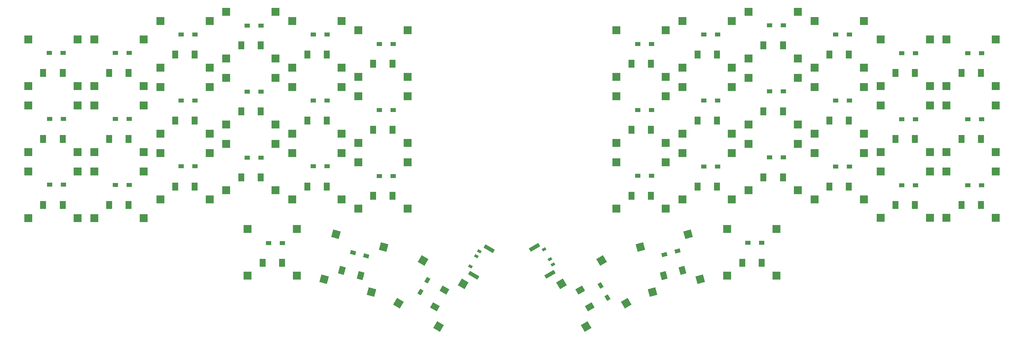
<source format=gbr>
%TF.GenerationSoftware,KiCad,Pcbnew,8.0.7*%
%TF.CreationDate,2025-01-01T00:44:28+01:00*%
%TF.ProjectId,corne-xiao,636f726e-652d-4786-9961-6f2e6b696361,1.1*%
%TF.SameCoordinates,Original*%
%TF.FileFunction,Paste,Top*%
%TF.FilePolarity,Positive*%
%FSLAX46Y46*%
G04 Gerber Fmt 4.6, Leading zero omitted, Abs format (unit mm)*
G04 Created by KiCad (PCBNEW 8.0.7) date 2025-01-01 00:44:28*
%MOMM*%
%LPD*%
G01*
G04 APERTURE LIST*
G04 Aperture macros list*
%AMRotRect*
0 Rectangle, with rotation*
0 The origin of the aperture is its center*
0 $1 length*
0 $2 width*
0 $3 Rotation angle, in degrees counterclockwise*
0 Add horizontal line*
21,1,$1,$2,0,0,$3*%
G04 Aperture macros list end*
%ADD10R,1.400000X1.000000*%
%ADD11RotRect,1.400000X1.000000X165.000000*%
%ADD12RotRect,1.400000X1.000000X240.000000*%
%ADD13R,1.550000X2.000000*%
%ADD14R,2.000000X2.000000*%
%ADD15RotRect,1.550000X2.000000X345.000000*%
%ADD16RotRect,2.000000X2.000000X345.000000*%
%ADD17RotRect,1.550000X2.000000X60.000000*%
%ADD18RotRect,2.000000X2.000000X60.000000*%
%ADD19RotRect,1.550000X2.000000X300.000000*%
%ADD20RotRect,2.000000X2.000000X300.000000*%
%ADD21RotRect,1.400000X1.000000X15.000000*%
%ADD22RotRect,1.400000X1.000000X300.000000*%
%ADD23RotRect,1.550000X2.000000X15.000000*%
%ADD24RotRect,2.000000X2.000000X15.000000*%
%ADD25RotRect,0.700000X1.000000X240.000000*%
%ADD26RotRect,2.800000X1.000000X150.000000*%
%ADD27RotRect,0.700000X1.000000X120.000000*%
%ADD28RotRect,2.800000X1.000000X30.000000*%
G04 APERTURE END LIST*
D10*
%TO.C,D1*%
X-136389500Y57650000D03*
X-132839500Y57650000D03*
%TD*%
%TO.C,D2*%
X-115839500Y57650000D03*
X-119389500Y57650000D03*
%TD*%
%TO.C,D3*%
X-98839500Y62400000D03*
X-102389500Y62400000D03*
%TD*%
%TO.C,D4*%
X-81839500Y64649800D03*
X-85389500Y64649800D03*
%TD*%
%TO.C,D5*%
X-64839500Y62399100D03*
X-68389500Y62399100D03*
%TD*%
%TO.C,D6*%
X-51389500Y59899500D03*
X-47839500Y59899500D03*
%TD*%
%TO.C,D7*%
X-136327000Y40650000D03*
X-132777000Y40650000D03*
%TD*%
%TO.C,D8*%
X-115839500Y40650000D03*
X-119389500Y40650000D03*
%TD*%
%TO.C,D9*%
X-98839500Y45400000D03*
X-102389500Y45400000D03*
%TD*%
%TO.C,D10*%
X-81839500Y47650100D03*
X-85389500Y47650100D03*
%TD*%
%TO.C,D11*%
X-68389500Y45399500D03*
X-64839500Y45399500D03*
%TD*%
%TO.C,D12*%
X-47839500Y42899900D03*
X-51389500Y42899900D03*
%TD*%
%TO.C,D13*%
X-136327000Y23696900D03*
X-132777000Y23696900D03*
%TD*%
%TO.C,D14*%
X-115839500Y23650000D03*
X-119389500Y23650000D03*
%TD*%
%TO.C,D15*%
X-98839500Y28400000D03*
X-102389500Y28400000D03*
%TD*%
%TO.C,D16*%
X-81839500Y30650000D03*
X-85389500Y30650000D03*
%TD*%
%TO.C,D17*%
X-64839500Y28400000D03*
X-68389500Y28400000D03*
%TD*%
%TO.C,D18*%
X-47839500Y25900000D03*
X-51389500Y25900000D03*
%TD*%
%TO.C,D19*%
X-76339500Y8650000D03*
X-79889500Y8650000D03*
%TD*%
D11*
%TO.C,D20*%
X-54749982Y5290596D03*
X-58179018Y6209404D03*
%TD*%
D12*
%TO.C,D21*%
X-38977000Y-912805D03*
X-40752000Y-3987195D03*
%TD*%
D13*
%TO.C,SW2*%
X-120944600Y52450000D03*
X-115944600Y52450000D03*
D14*
X-124794600Y61100000D03*
X-124794600Y49100000D03*
X-112094600Y61100000D03*
X-112094600Y49100000D03*
%TD*%
D13*
%TO.C,SW3*%
X-103944600Y57200000D03*
X-98944600Y57200000D03*
D14*
X-107794600Y65850000D03*
X-107794600Y53850000D03*
X-95094600Y65850000D03*
X-95094600Y53850000D03*
%TD*%
D13*
%TO.C,SW4*%
X-86944600Y59574800D03*
X-81944600Y59574800D03*
D14*
X-90794600Y68224800D03*
X-90794600Y56224800D03*
X-78094600Y68224800D03*
X-78094600Y56224800D03*
%TD*%
D13*
%TO.C,SW5*%
X-69944600Y57199100D03*
X-64944600Y57199100D03*
D14*
X-73794600Y65849100D03*
X-73794600Y53849100D03*
X-61094600Y65849100D03*
X-61094600Y53849100D03*
%TD*%
%TO.C,SW7*%
X-129094600Y32100000D03*
X-129094600Y44100000D03*
X-141794600Y32100000D03*
X-141794600Y44100000D03*
D13*
X-132944600Y35450000D03*
X-137944600Y35450000D03*
%TD*%
%TO.C,SW8*%
X-120944600Y35450000D03*
X-115944600Y35450000D03*
D14*
X-124794600Y44100000D03*
X-124794600Y32100000D03*
X-112094600Y44100000D03*
X-112094600Y32100000D03*
%TD*%
D13*
%TO.C,SW9*%
X-103944600Y40200000D03*
X-98944600Y40200000D03*
D14*
X-107794600Y48850000D03*
X-107794600Y36850000D03*
X-95094600Y48850000D03*
X-95094600Y36850000D03*
%TD*%
D13*
%TO.C,SW10*%
X-86944600Y42575100D03*
X-81944600Y42575100D03*
D14*
X-90794600Y51225100D03*
X-90794600Y39225100D03*
X-78094600Y51225100D03*
X-78094600Y39225100D03*
%TD*%
%TO.C,SW11*%
X-61094600Y36849500D03*
X-61094600Y48849500D03*
X-73794600Y36849500D03*
X-73794600Y48849500D03*
D13*
X-64944600Y40199500D03*
X-69944600Y40199500D03*
%TD*%
%TO.C,SW12*%
X-52944600Y37824900D03*
X-47944600Y37824900D03*
D14*
X-56794600Y46474900D03*
X-56794600Y34474900D03*
X-44094600Y46474900D03*
X-44094600Y34474900D03*
%TD*%
%TO.C,SW13*%
X-129094600Y15100000D03*
X-129094600Y27100000D03*
X-141794600Y15100000D03*
X-141794600Y27100000D03*
D13*
X-132944600Y18450000D03*
X-137944600Y18450000D03*
%TD*%
%TO.C,SW14*%
X-120944600Y18450000D03*
X-115944600Y18450000D03*
D14*
X-124794600Y27100000D03*
X-124794600Y15100000D03*
X-112094600Y27100000D03*
X-112094600Y15100000D03*
%TD*%
D13*
%TO.C,SW15*%
X-103944600Y23200000D03*
X-98944600Y23200000D03*
D14*
X-107794600Y31850000D03*
X-107794600Y19850000D03*
X-95094600Y31850000D03*
X-95094600Y19850000D03*
%TD*%
D13*
%TO.C,SW16*%
X-86944600Y25575000D03*
X-81944600Y25575000D03*
D14*
X-90794600Y34225000D03*
X-90794600Y22225000D03*
X-78094600Y34225000D03*
X-78094600Y22225000D03*
%TD*%
D13*
%TO.C,SW17*%
X-69944600Y23200000D03*
X-64944600Y23200000D03*
D14*
X-73794600Y31850000D03*
X-73794600Y19850000D03*
X-61094600Y31850000D03*
X-61094600Y19850000D03*
%TD*%
D13*
%TO.C,SW18*%
X-52944600Y20825000D03*
X-47944600Y20825000D03*
D14*
X-56794600Y29475000D03*
X-56794600Y17475000D03*
X-44094600Y29475000D03*
X-44094600Y17475000D03*
%TD*%
D13*
%TO.C,SW19*%
X-81444600Y3575000D03*
X-76444600Y3575000D03*
D14*
X-85294600Y12225000D03*
X-85294600Y225000D03*
X-72594600Y12225000D03*
X-72594600Y225000D03*
%TD*%
D15*
%TO.C,SW20*%
X-61045285Y1562344D03*
X-56215656Y268249D03*
D16*
X-62525315Y10914056D03*
X-65631143Y-677054D03*
X-50258057Y7627054D03*
X-53363885Y-3964056D03*
%TD*%
D17*
%TO.C,SW21*%
X-37069533Y-7840064D03*
X-34569534Y-3509936D03*
D18*
X-46485652Y-6849261D03*
X-36093348Y-12849261D03*
X-40135652Y4149261D03*
X-29743348Y-1850739D03*
%TD*%
D19*
%TO.C,SW42*%
X340534Y-3509936D03*
X2840533Y-7840064D03*
D20*
X5906652Y4149261D03*
X-4485652Y-1850739D03*
X12256652Y-6849261D03*
X1864348Y-12849261D03*
%TD*%
D10*
%TO.C,D23*%
X83160500Y57550000D03*
X86710500Y57550000D03*
%TD*%
%TO.C,D24*%
X69710500Y62350000D03*
X66160500Y62350000D03*
%TD*%
%TO.C,D25*%
X52710500Y64750000D03*
X49160500Y64750000D03*
%TD*%
%TO.C,D27*%
X15160500Y59950000D03*
X18710500Y59950000D03*
%TD*%
%TO.C,D28*%
X100160500Y40550000D03*
X103710500Y40550000D03*
%TD*%
%TO.C,D29*%
X83160500Y40550000D03*
X86710500Y40550000D03*
%TD*%
%TO.C,D30*%
X69710500Y45350000D03*
X66160500Y45350000D03*
%TD*%
%TO.C,D31*%
X52710500Y47750000D03*
X49160500Y47750000D03*
%TD*%
%TO.C,D32*%
X35710500Y45350000D03*
X32160500Y45350000D03*
%TD*%
%TO.C,D33*%
X18710500Y42950000D03*
X15160500Y42950000D03*
%TD*%
%TO.C,D34*%
X100160500Y23550000D03*
X103710500Y23550000D03*
%TD*%
%TO.C,D35*%
X83160500Y23550000D03*
X86710500Y23550000D03*
%TD*%
%TO.C,D36*%
X66160500Y28350000D03*
X69710500Y28350000D03*
%TD*%
%TO.C,D37*%
X52710500Y30750000D03*
X49160500Y30750000D03*
%TD*%
%TO.C,D38*%
X35710500Y28350000D03*
X32160500Y28350000D03*
%TD*%
%TO.C,D39*%
X15160500Y25950000D03*
X18710500Y25950000D03*
%TD*%
%TO.C,D40*%
X43560500Y8750000D03*
X47110500Y8750000D03*
%TD*%
D21*
%TO.C,D41*%
X22020982Y5690596D03*
X25450018Y6609404D03*
%TD*%
D22*
%TO.C,D42*%
X5648000Y-2312805D03*
X7423000Y-5387195D03*
%TD*%
D10*
%TO.C,D22*%
X100160500Y57550000D03*
X103710500Y57550000D03*
%TD*%
D14*
%TO.C,SW37*%
X56412400Y22230000D03*
X56412400Y34230000D03*
X43712400Y22230000D03*
X43712400Y34230000D03*
D13*
X52562400Y25580000D03*
X47562400Y25580000D03*
%TD*%
D14*
%TO.C,SW38*%
X39412400Y19855000D03*
X39412400Y31855000D03*
X26712400Y19855000D03*
X26712400Y31855000D03*
D13*
X35562400Y23205000D03*
X30562400Y23205000D03*
%TD*%
%TO.C,SW39*%
X13562400Y20830000D03*
X18562400Y20830000D03*
D14*
X9712400Y29480000D03*
X9712400Y17480000D03*
X22412400Y29480000D03*
X22412400Y17480000D03*
%TD*%
D13*
%TO.C,SW40*%
X42062400Y3580000D03*
X47062400Y3580000D03*
D14*
X38212400Y12230000D03*
X38212400Y230000D03*
X50912400Y12230000D03*
X50912400Y230000D03*
%TD*%
D23*
%TO.C,SW41*%
X21833456Y273249D03*
X26663085Y1567344D03*
D24*
X15875857Y7632054D03*
X18981685Y-3959056D03*
X28143115Y10919056D03*
X31248943Y-672054D03*
%TD*%
D14*
%TO.C,SW25*%
X56412400Y56230000D03*
X56412400Y68230000D03*
X43712400Y56230000D03*
X43712400Y68230000D03*
D13*
X52562400Y59580000D03*
X47562400Y59580000D03*
%TD*%
D14*
%TO.C,SW26*%
X39412400Y53855000D03*
X39412400Y65855000D03*
X26712400Y53855000D03*
X26712400Y65855000D03*
D13*
X35562400Y57205000D03*
X30562400Y57205000D03*
%TD*%
%TO.C,SW28*%
X98562400Y35455000D03*
X103562400Y35455000D03*
D14*
X94712400Y44105000D03*
X94712400Y32105000D03*
X107412400Y44105000D03*
X107412400Y32105000D03*
%TD*%
%TO.C,SW24*%
X73412400Y53855000D03*
X73412400Y65855000D03*
X60712400Y53855000D03*
X60712400Y65855000D03*
D13*
X69562400Y57205000D03*
X64562400Y57205000D03*
%TD*%
%TO.C,SW29*%
X81562400Y35455000D03*
X86562400Y35455000D03*
D14*
X77712400Y44105000D03*
X77712400Y32105000D03*
X90412400Y44105000D03*
X90412400Y32105000D03*
%TD*%
D13*
%TO.C,SW35*%
X81562400Y18455000D03*
X86562400Y18455000D03*
D14*
X77712400Y27105000D03*
X77712400Y15105000D03*
X90412400Y27105000D03*
X90412400Y15105000D03*
%TD*%
D13*
%TO.C,SW36*%
X64562400Y23205000D03*
X69562400Y23205000D03*
D14*
X60712400Y31855000D03*
X60712400Y19855000D03*
X73412400Y31855000D03*
X73412400Y19855000D03*
%TD*%
D13*
%TO.C,SW22*%
X98562400Y52455000D03*
X103562400Y52455000D03*
D14*
X94712400Y61105000D03*
X94712400Y49105000D03*
X107412400Y61105000D03*
X107412400Y49105000D03*
%TD*%
D13*
%TO.C,SW23*%
X81562400Y52455000D03*
X86562400Y52455000D03*
D14*
X77712400Y61105000D03*
X77712400Y49105000D03*
X90412400Y61105000D03*
X90412400Y49105000D03*
%TD*%
%TO.C,SW30*%
X73412400Y36855000D03*
X73412400Y48855000D03*
X60712400Y36855000D03*
X60712400Y48855000D03*
D13*
X69562400Y40205000D03*
X64562400Y40205000D03*
%TD*%
D14*
%TO.C,SW31*%
X56412400Y39230000D03*
X56412400Y51230000D03*
X43712400Y39230000D03*
X43712400Y51230000D03*
D13*
X52562400Y42580000D03*
X47562400Y42580000D03*
%TD*%
D14*
%TO.C,SW32*%
X39412400Y36855000D03*
X39412400Y48855000D03*
X26712400Y36855000D03*
X26712400Y48855000D03*
D13*
X35562400Y40205000D03*
X30562400Y40205000D03*
%TD*%
D14*
%TO.C,SW33*%
X22412400Y34480000D03*
X22412400Y46480000D03*
X9712400Y34480000D03*
X9712400Y46480000D03*
D13*
X18562400Y37830000D03*
X13562400Y37830000D03*
%TD*%
%TO.C,SW34*%
X98562400Y18455000D03*
X103562400Y18455000D03*
D14*
X94712400Y27105000D03*
X94712400Y15105000D03*
X107412400Y27105000D03*
X107412400Y15105000D03*
%TD*%
D10*
%TO.C,D26*%
X35710500Y62350000D03*
X32160500Y62350000D03*
%TD*%
D14*
%TO.C,SW1*%
X-129094600Y49100000D03*
X-129094600Y61100000D03*
X-141794600Y49100000D03*
X-141794600Y61100000D03*
D13*
X-132944600Y52450000D03*
X-137944600Y52450000D03*
%TD*%
D14*
%TO.C,SW6*%
X-44094600Y51474500D03*
X-44094600Y63474500D03*
X-56794600Y51474500D03*
X-56794600Y63474500D03*
D13*
X-47944600Y54824500D03*
X-52944600Y54824500D03*
%TD*%
%TO.C,SW27*%
X13555400Y54825000D03*
X18555400Y54825000D03*
D14*
X9705400Y63475000D03*
X9705400Y51475000D03*
X22405400Y63475000D03*
X22405400Y51475000D03*
%TD*%
D25*
%TO.C,PSW1*%
X-27885781Y2649038D03*
X-26385781Y5247114D03*
X-25635781Y6546152D03*
D26*
X-27040333Y313397D03*
X-23065333Y7198299D03*
%TD*%
D27*
%TO.C,PSW2*%
X-8943219Y7050962D03*
X-7443219Y4452886D03*
X-6693219Y3153848D03*
D28*
X-11388667Y7486603D03*
X-7413667Y601701D03*
%TD*%
M02*

</source>
